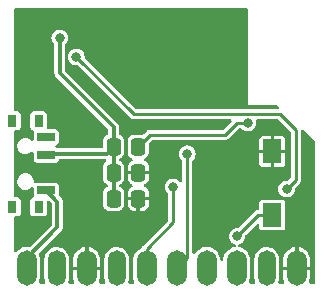
<source format=gbr>
%TF.GenerationSoftware,KiCad,Pcbnew,7.0.2-1.fc38*%
%TF.CreationDate,2023-05-26T14:46:15+02:00*%
%TF.ProjectId,marauder_mini_pcb,6d617261-7564-4657-925f-6d696e695f70,rev?*%
%TF.SameCoordinates,Original*%
%TF.FileFunction,Copper,L2,Bot*%
%TF.FilePolarity,Positive*%
%FSLAX46Y46*%
G04 Gerber Fmt 4.6, Leading zero omitted, Abs format (unit mm)*
G04 Created by KiCad (PCBNEW 7.0.2-1.fc38) date 2023-05-26 14:46:15*
%MOMM*%
%LPD*%
G01*
G04 APERTURE LIST*
G04 Aperture macros list*
%AMRoundRect*
0 Rectangle with rounded corners*
0 $1 Rounding radius*
0 $2 $3 $4 $5 $6 $7 $8 $9 X,Y pos of 4 corners*
0 Add a 4 corners polygon primitive as box body*
4,1,4,$2,$3,$4,$5,$6,$7,$8,$9,$2,$3,0*
0 Add four circle primitives for the rounded corners*
1,1,$1+$1,$2,$3*
1,1,$1+$1,$4,$5*
1,1,$1+$1,$6,$7*
1,1,$1+$1,$8,$9*
0 Add four rect primitives between the rounded corners*
20,1,$1+$1,$2,$3,$4,$5,0*
20,1,$1+$1,$4,$5,$6,$7,0*
20,1,$1+$1,$6,$7,$8,$9,0*
20,1,$1+$1,$8,$9,$2,$3,0*%
G04 Aperture macros list end*
%TA.AperFunction,ComponentPad*%
%ADD10O,1.700000X3.000000*%
%TD*%
%TA.AperFunction,ComponentPad*%
%ADD11O,1.500000X3.000000*%
%TD*%
%TA.AperFunction,SMDPad,CuDef*%
%ADD12RoundRect,0.250000X0.337500X0.475000X-0.337500X0.475000X-0.337500X-0.475000X0.337500X-0.475000X0*%
%TD*%
%TA.AperFunction,SMDPad,CuDef*%
%ADD13R,1.600000X2.000000*%
%TD*%
%TA.AperFunction,SMDPad,CuDef*%
%ADD14RoundRect,0.250000X-0.337500X-0.475000X0.337500X-0.475000X0.337500X0.475000X-0.337500X0.475000X0*%
%TD*%
%TA.AperFunction,SMDPad,CuDef*%
%ADD15R,0.800000X1.000000*%
%TD*%
%TA.AperFunction,SMDPad,CuDef*%
%ADD16R,1.500000X0.700000*%
%TD*%
%TA.AperFunction,ViaPad*%
%ADD17C,0.800000*%
%TD*%
%TA.AperFunction,Conductor*%
%ADD18C,0.250000*%
%TD*%
%TA.AperFunction,Conductor*%
%ADD19C,0.300000*%
%TD*%
G04 APERTURE END LIST*
D10*
%TO.P,J1,1,Pin_1*%
%TO.N,GND*%
X94660000Y-72300000D03*
D11*
%TO.P,J1,2,Pin_2*%
%TO.N,unconnected-(J1-Pin_2-Pad2)*%
X92120000Y-72300000D03*
D10*
%TO.P,J1,3,Pin_3*%
%TO.N,Net-(J1-Pin_3)*%
X89580000Y-72300000D03*
%TO.P,J1,4,Pin_4*%
%TO.N,Net-(J1-Pin_4)*%
X87040000Y-72300000D03*
%TO.P,J1,5,Pin_5*%
%TO.N,Net-(J1-Pin_5)*%
X84500000Y-72300000D03*
%TO.P,J1,6,Pin_6*%
%TO.N,Net-(J1-Pin_6)*%
X81960000Y-72300000D03*
D11*
%TO.P,J1,7,Pin_7*%
%TO.N,unconnected-(J1-Pin_7-Pad7)*%
X79420000Y-72300000D03*
D10*
%TO.P,J1,8,Pin_8*%
%TO.N,GND*%
X76880000Y-72300000D03*
D11*
%TO.P,J1,9,Pin_9*%
%TO.N,unconnected-(J1-Pin_9-Pad9)*%
X74340000Y-72300000D03*
D10*
%TO.P,J1,10,Pin_10*%
%TO.N,Net-(J1-Pin_10)*%
X71800000Y-72300000D03*
%TD*%
D12*
%TO.P,R1,1*%
%TO.N,Net-(D1-A)*%
X81237500Y-62000000D03*
%TO.P,R1,2*%
%TO.N,Net-(SW1-B)*%
X79162500Y-62000000D03*
%TD*%
D13*
%TO.P,IO0,1,1*%
%TO.N,Net-(U1-IO0)*%
X92600000Y-67800000D03*
%TO.P,IO0,2,2*%
%TO.N,GND*%
X92600000Y-62400000D03*
%TD*%
D14*
%TO.P,C2,1*%
%TO.N,Net-(SW1-B)*%
X79162500Y-64200000D03*
%TO.P,C2,2*%
%TO.N,GND*%
X81237500Y-64200000D03*
%TD*%
%TO.P,C1,1*%
%TO.N,Net-(SW1-B)*%
X79162500Y-66400000D03*
%TO.P,C1,2*%
%TO.N,GND*%
X81237500Y-66400000D03*
%TD*%
D15*
%TO.P,SW1,*%
%TO.N,*%
X70590000Y-67100000D03*
X72800000Y-67100000D03*
X70590000Y-59800000D03*
X72800000Y-59800000D03*
D16*
%TO.P,SW1,1,A*%
%TO.N,Net-(J1-Pin_10)*%
X73450000Y-65700000D03*
%TO.P,SW1,2,B*%
%TO.N,Net-(SW1-B)*%
X73450000Y-62700000D03*
%TO.P,SW1,3,C*%
%TO.N,unconnected-(SW1-C-Pad3)*%
X73450000Y-61200000D03*
%TD*%
D17*
%TO.N,GND*%
X74000000Y-58000000D03*
X83000000Y-54000000D03*
%TO.N,Net-(D1-A)*%
X90500000Y-60000000D03*
%TO.N,Net-(J1-Pin_5)*%
X85400000Y-62600000D03*
%TO.N,Net-(J1-Pin_6)*%
X84200000Y-65400000D03*
%TO.N,Net-(SW1-B)*%
X74600000Y-52800000D03*
%TO.N,Net-(U1-IO0)*%
X89600000Y-69600000D03*
%TO.N,Net-(U1-EN)*%
X76000000Y-54400000D03*
X93800000Y-65600000D03*
%TD*%
D18*
%TO.N,Net-(D1-A)*%
X88600000Y-61000000D02*
X82237500Y-61000000D01*
X90500000Y-60000000D02*
X89600000Y-60000000D01*
X82237500Y-61000000D02*
X81237500Y-62000000D01*
X89600000Y-60000000D02*
X88600000Y-61000000D01*
%TO.N,Net-(J1-Pin_5)*%
X85400000Y-71400000D02*
X85400000Y-62600000D01*
X84500000Y-72300000D02*
X85400000Y-71400000D01*
%TO.N,Net-(J1-Pin_6)*%
X81960000Y-70640000D02*
X81960000Y-72300000D01*
X84200000Y-68400000D02*
X81960000Y-70640000D01*
X84200000Y-65400000D02*
X84200000Y-68400000D01*
D19*
%TO.N,Net-(J1-Pin_10)*%
X74400000Y-66650000D02*
X73450000Y-65700000D01*
X71800000Y-72300000D02*
X71800000Y-71400000D01*
X71800000Y-71400000D02*
X74400000Y-68800000D01*
X74400000Y-68800000D02*
X74400000Y-66650000D01*
%TO.N,Net-(SW1-B)*%
X73450000Y-62700000D02*
X73550000Y-62600000D01*
X74600000Y-55800000D02*
X74600000Y-52800000D01*
X73550000Y-62600000D02*
X78562500Y-62600000D01*
X79162500Y-60362500D02*
X74600000Y-55800000D01*
X79162500Y-64200000D02*
X79162500Y-66400000D01*
X78562500Y-62600000D02*
X79162500Y-62000000D01*
X79162500Y-62000000D02*
X79162500Y-64200000D01*
X79162500Y-62000000D02*
X79162500Y-60362500D01*
D18*
%TO.N,Net-(U1-IO0)*%
X89600000Y-69600000D02*
X91400000Y-67800000D01*
X91400000Y-67800000D02*
X92600000Y-67800000D01*
%TO.N,Net-(U1-EN)*%
X76000000Y-54400000D02*
X80850000Y-59250000D01*
X80850000Y-59250000D02*
X93250000Y-59250000D01*
X93250000Y-59250000D02*
X94600000Y-60600000D01*
X94600000Y-60600000D02*
X94600000Y-64800000D01*
X94600000Y-64800000D02*
X93800000Y-65600000D01*
%TD*%
%TA.AperFunction,Conductor*%
%TO.N,GND*%
G36*
X90443039Y-50269685D02*
G01*
X90488794Y-50322489D01*
X90500000Y-50373999D01*
X90500000Y-58500000D01*
X92950964Y-58500000D01*
X93018003Y-58519685D01*
X93035773Y-58533537D01*
X93117373Y-58610037D01*
X93152817Y-58670249D01*
X93150082Y-58740065D01*
X93110036Y-58797320D01*
X93045393Y-58823835D01*
X93032564Y-58824500D01*
X81077610Y-58824500D01*
X81010571Y-58804815D01*
X80989929Y-58788181D01*
X76737087Y-54535339D01*
X76703602Y-54474016D01*
X76701672Y-54432715D01*
X76705645Y-54400000D01*
X76685140Y-54231128D01*
X76624818Y-54072070D01*
X76528183Y-53932071D01*
X76400852Y-53819266D01*
X76359882Y-53797763D01*
X76250224Y-53740209D01*
X76125765Y-53709533D01*
X76085056Y-53699500D01*
X75914944Y-53699500D01*
X75882284Y-53707549D01*
X75749775Y-53740209D01*
X75599149Y-53819265D01*
X75471815Y-53932072D01*
X75375182Y-54072069D01*
X75314860Y-54231127D01*
X75297596Y-54373308D01*
X75287335Y-54397146D01*
X75293477Y-54406703D01*
X75297596Y-54426691D01*
X75314860Y-54568872D01*
X75375182Y-54727930D01*
X75471815Y-54867927D01*
X75471816Y-54867928D01*
X75471817Y-54867929D01*
X75599148Y-54980734D01*
X75749775Y-55059790D01*
X75914944Y-55100500D01*
X75914945Y-55100500D01*
X76047390Y-55100500D01*
X76114429Y-55120185D01*
X76135071Y-55136819D01*
X80501472Y-59503220D01*
X80596780Y-59598528D01*
X80618288Y-59609487D01*
X80634876Y-59619652D01*
X80654417Y-59633849D01*
X80654418Y-59633849D01*
X80654419Y-59633850D01*
X80677381Y-59641310D01*
X80695362Y-59648758D01*
X80705939Y-59654147D01*
X80716874Y-59659719D01*
X80740724Y-59663496D01*
X80759641Y-59668038D01*
X80782607Y-59675500D01*
X80816512Y-59675500D01*
X89023390Y-59675500D01*
X89090429Y-59695185D01*
X89136184Y-59747989D01*
X89146128Y-59817147D01*
X89117103Y-59880703D01*
X89111071Y-59887181D01*
X88460071Y-60538181D01*
X88398748Y-60571666D01*
X88372390Y-60574500D01*
X82304893Y-60574500D01*
X82170107Y-60574500D01*
X82147141Y-60581962D01*
X82128225Y-60586503D01*
X82104373Y-60590281D01*
X82082853Y-60601245D01*
X82064887Y-60608686D01*
X82041921Y-60616148D01*
X82022386Y-60630342D01*
X82005802Y-60640505D01*
X81984278Y-60651472D01*
X81901745Y-60734002D01*
X81901719Y-60734032D01*
X81697570Y-60938181D01*
X81636247Y-60971666D01*
X81609889Y-60974500D01*
X80856898Y-60974500D01*
X80853233Y-60974940D01*
X80853234Y-60974940D01*
X80768432Y-60985123D01*
X80627659Y-61040638D01*
X80507077Y-61132077D01*
X80415638Y-61252659D01*
X80360123Y-61393432D01*
X80355932Y-61428334D01*
X80349500Y-61481898D01*
X80349500Y-62518102D01*
X80349940Y-62521765D01*
X80360123Y-62606567D01*
X80415072Y-62745905D01*
X80415639Y-62747342D01*
X80431966Y-62768872D01*
X80507077Y-62867922D01*
X80586210Y-62927930D01*
X80627658Y-62959361D01*
X80692457Y-62984914D01*
X80747600Y-63027819D01*
X80770793Y-63093727D01*
X80754673Y-63161711D01*
X80704356Y-63210188D01*
X80692457Y-63215622D01*
X80627905Y-63241078D01*
X80507434Y-63332434D01*
X80416078Y-63452906D01*
X80360614Y-63593551D01*
X80350440Y-63678276D01*
X80350000Y-63685640D01*
X80350000Y-64050000D01*
X82125000Y-64050000D01*
X82125000Y-63685640D01*
X82124559Y-63678276D01*
X82114385Y-63593551D01*
X82058921Y-63452906D01*
X81967565Y-63332434D01*
X81847094Y-63241078D01*
X81782542Y-63215622D01*
X81727399Y-63172716D01*
X81704206Y-63106808D01*
X81720327Y-63038824D01*
X81770644Y-62990347D01*
X81782525Y-62984921D01*
X81847342Y-62959361D01*
X81967922Y-62867922D01*
X82059361Y-62747342D01*
X82104418Y-62633085D01*
X82114876Y-62606567D01*
X82114876Y-62606566D01*
X82114877Y-62606564D01*
X82125500Y-62518102D01*
X82125500Y-61765108D01*
X82145185Y-61698070D01*
X82161814Y-61677433D01*
X82377428Y-61461818D01*
X82438752Y-61428334D01*
X82465110Y-61425500D01*
X88667391Y-61425500D01*
X88667393Y-61425500D01*
X88690363Y-61418035D01*
X88709266Y-61413497D01*
X88733126Y-61409719D01*
X88754647Y-61398752D01*
X88772616Y-61391309D01*
X88795581Y-61383849D01*
X88815111Y-61369658D01*
X88831704Y-61359489D01*
X88853220Y-61348528D01*
X88948528Y-61253220D01*
X88948527Y-61253220D01*
X89007096Y-61194651D01*
X89739928Y-60461819D01*
X89801252Y-60428334D01*
X89827610Y-60425500D01*
X89877450Y-60425500D01*
X89944489Y-60445185D01*
X89959222Y-60459438D01*
X89960547Y-60457944D01*
X89971815Y-60467927D01*
X89971817Y-60467929D01*
X90099148Y-60580734D01*
X90249775Y-60659790D01*
X90414944Y-60700500D01*
X90414945Y-60700500D01*
X90585055Y-60700500D01*
X90585056Y-60700500D01*
X90750225Y-60659790D01*
X90900852Y-60580734D01*
X91028183Y-60467929D01*
X91124818Y-60327930D01*
X91185140Y-60168872D01*
X91205645Y-60000000D01*
X91185140Y-59831128D01*
X91185139Y-59831127D01*
X91183325Y-59816182D01*
X91187677Y-59815653D01*
X91184454Y-59773808D01*
X91217601Y-59712302D01*
X91278740Y-59678480D01*
X91305763Y-59675500D01*
X93022390Y-59675500D01*
X93089429Y-59695185D01*
X93110071Y-59711819D01*
X94138180Y-60739928D01*
X94171665Y-60801251D01*
X94174499Y-60827609D01*
X94174500Y-64572389D01*
X94154815Y-64639428D01*
X94138181Y-64660070D01*
X93935070Y-64863181D01*
X93873747Y-64896666D01*
X93847389Y-64899500D01*
X93714944Y-64899500D01*
X93682284Y-64907549D01*
X93549775Y-64940209D01*
X93399149Y-65019265D01*
X93271815Y-65132072D01*
X93175182Y-65272069D01*
X93114860Y-65431127D01*
X93094354Y-65600000D01*
X93114860Y-65768872D01*
X93175182Y-65927930D01*
X93271815Y-66067927D01*
X93271816Y-66067928D01*
X93271817Y-66067929D01*
X93399148Y-66180734D01*
X93549775Y-66259790D01*
X93714944Y-66300500D01*
X93714945Y-66300500D01*
X93885055Y-66300500D01*
X93885056Y-66300500D01*
X94050225Y-66259790D01*
X94200852Y-66180734D01*
X94328183Y-66067929D01*
X94424818Y-65927930D01*
X94485140Y-65768872D01*
X94505645Y-65600000D01*
X94501672Y-65567285D01*
X94513131Y-65498366D01*
X94537084Y-65464662D01*
X94924554Y-65077194D01*
X94924553Y-65077193D01*
X94941198Y-65060549D01*
X94948528Y-65053220D01*
X94959491Y-65031700D01*
X94969659Y-65015110D01*
X94979694Y-65001299D01*
X94983849Y-64995581D01*
X94991309Y-64972616D01*
X94998752Y-64954647D01*
X95009719Y-64933126D01*
X95013497Y-64909266D01*
X95018035Y-64890363D01*
X95025500Y-64867393D01*
X95025500Y-64732607D01*
X95025500Y-64732606D01*
X95025500Y-60685126D01*
X95045185Y-60618088D01*
X95097989Y-60572333D01*
X95167147Y-60562389D01*
X95230703Y-60591414D01*
X95234290Y-60594646D01*
X96159274Y-61461819D01*
X96160809Y-61463258D01*
X96196253Y-61523470D01*
X96200000Y-61553721D01*
X96200000Y-73476000D01*
X96180315Y-73543039D01*
X96127511Y-73588794D01*
X96076000Y-73600000D01*
X95821288Y-73600000D01*
X95754249Y-73580315D01*
X95708494Y-73527511D01*
X95698550Y-73458353D01*
X95710287Y-73420729D01*
X95736938Y-73367204D01*
X95795262Y-73162219D01*
X95809734Y-73006030D01*
X95810000Y-73000297D01*
X95810000Y-72450000D01*
X95137065Y-72450000D01*
X95160000Y-72371889D01*
X95160000Y-72228111D01*
X95137065Y-72150000D01*
X95810000Y-72150000D01*
X95810000Y-71599702D01*
X95809734Y-71593969D01*
X95795262Y-71437780D01*
X95736937Y-71232791D01*
X95641941Y-71042011D01*
X95513502Y-70871932D01*
X95355996Y-70728345D01*
X95174798Y-70616153D01*
X94976061Y-70539162D01*
X94809999Y-70508119D01*
X94809999Y-71818829D01*
X94802315Y-71815320D01*
X94695763Y-71800000D01*
X94624237Y-71800000D01*
X94517685Y-71815320D01*
X94510000Y-71818829D01*
X94510000Y-70508119D01*
X94343938Y-70539162D01*
X94145201Y-70616153D01*
X93964003Y-70728345D01*
X93806497Y-70871932D01*
X93678058Y-71042011D01*
X93583062Y-71232791D01*
X93524737Y-71437780D01*
X93510265Y-71593969D01*
X93510000Y-71599702D01*
X93510000Y-72150000D01*
X94182935Y-72150000D01*
X94160000Y-72228111D01*
X94160000Y-72371889D01*
X94182935Y-72450000D01*
X93510000Y-72450000D01*
X93510000Y-73000297D01*
X93510265Y-73006030D01*
X93524737Y-73162219D01*
X93583061Y-73367204D01*
X93609713Y-73420729D01*
X93621973Y-73489515D01*
X93595099Y-73554009D01*
X93537623Y-73593737D01*
X93498712Y-73600000D01*
X93218124Y-73600000D01*
X93151085Y-73580315D01*
X93105330Y-73527511D01*
X93095386Y-73458353D01*
X93099463Y-73440005D01*
X93155300Y-73255934D01*
X93170500Y-73101608D01*
X93170500Y-71498392D01*
X93155300Y-71344066D01*
X93095232Y-71146046D01*
X92997685Y-70963550D01*
X92932047Y-70883570D01*
X92866410Y-70803589D01*
X92768952Y-70723609D01*
X92706450Y-70672315D01*
X92600532Y-70615700D01*
X92523956Y-70574769D01*
X92523955Y-70574768D01*
X92523954Y-70574768D01*
X92410482Y-70540347D01*
X92325932Y-70514699D01*
X92142497Y-70496632D01*
X92120000Y-70494417D01*
X92119999Y-70494417D01*
X91914067Y-70514699D01*
X91716043Y-70574769D01*
X91533551Y-70672314D01*
X91373589Y-70803589D01*
X91242314Y-70963551D01*
X91144769Y-71146043D01*
X91084699Y-71344067D01*
X91069798Y-71495358D01*
X91069797Y-71495374D01*
X91069500Y-71498392D01*
X91069500Y-73101608D01*
X91069797Y-73104626D01*
X91069798Y-73104641D01*
X91084699Y-73255932D01*
X91084700Y-73255934D01*
X91134689Y-73420729D01*
X91140537Y-73440005D01*
X91141160Y-73509872D01*
X91103912Y-73568985D01*
X91040617Y-73598576D01*
X91021876Y-73600000D01*
X90741846Y-73600000D01*
X90674807Y-73580315D01*
X90629052Y-73527511D01*
X90619108Y-73458353D01*
X90630845Y-73420729D01*
X90657406Y-73367386D01*
X90715756Y-73162310D01*
X90715764Y-73162219D01*
X90730500Y-73003194D01*
X90730500Y-71596806D01*
X90715756Y-71437690D01*
X90657405Y-71232611D01*
X90657014Y-71231827D01*
X90562368Y-71041747D01*
X90433873Y-70871594D01*
X90276301Y-70727947D01*
X90095017Y-70615701D01*
X89896198Y-70538679D01*
X89896198Y-70538678D01*
X89789514Y-70518736D01*
X89727235Y-70487068D01*
X89691962Y-70426756D01*
X89694896Y-70356948D01*
X89735105Y-70299808D01*
X89782626Y-70276451D01*
X89850225Y-70259790D01*
X90000852Y-70180734D01*
X90128183Y-70067929D01*
X90224818Y-69927930D01*
X90285140Y-69768872D01*
X90305645Y-69600000D01*
X90301672Y-69567285D01*
X90313131Y-69498366D01*
X90337084Y-69464662D01*
X91287821Y-68513925D01*
X91349142Y-68480442D01*
X91418834Y-68485426D01*
X91474767Y-68527298D01*
X91499184Y-68592762D01*
X91499500Y-68601607D01*
X91499500Y-68841285D01*
X91499500Y-68841302D01*
X91499501Y-68844864D01*
X91499912Y-68848407D01*
X91502415Y-68869991D01*
X91547795Y-68972767D01*
X91627232Y-69052204D01*
X91627233Y-69052204D01*
X91627235Y-69052206D01*
X91730009Y-69097585D01*
X91755135Y-69100500D01*
X93444864Y-69100499D01*
X93469991Y-69097585D01*
X93572765Y-69052206D01*
X93652206Y-68972765D01*
X93697585Y-68869991D01*
X93700500Y-68844865D01*
X93700499Y-66755136D01*
X93697585Y-66730009D01*
X93652206Y-66627235D01*
X93652204Y-66627233D01*
X93652204Y-66627232D01*
X93572767Y-66547795D01*
X93469990Y-66502414D01*
X93448414Y-66499911D01*
X93448401Y-66499910D01*
X93444865Y-66499500D01*
X93441290Y-66499500D01*
X91758714Y-66499500D01*
X91758696Y-66499500D01*
X91755136Y-66499501D01*
X91751592Y-66499911D01*
X91751592Y-66499912D01*
X91730008Y-66502415D01*
X91627232Y-66547795D01*
X91547795Y-66627232D01*
X91502414Y-66730009D01*
X91499911Y-66751585D01*
X91499911Y-66751592D01*
X91499500Y-66755135D01*
X91499500Y-66758708D01*
X91499500Y-66758709D01*
X91499500Y-67250500D01*
X91479815Y-67317539D01*
X91427011Y-67363294D01*
X91375500Y-67374500D01*
X91332606Y-67374500D01*
X91309639Y-67381962D01*
X91290723Y-67386503D01*
X91266874Y-67390280D01*
X91245356Y-67401244D01*
X91227388Y-67408686D01*
X91204420Y-67416149D01*
X91184882Y-67430344D01*
X91168300Y-67440506D01*
X91146780Y-67451471D01*
X89735070Y-68863181D01*
X89673747Y-68896666D01*
X89647389Y-68899500D01*
X89514944Y-68899500D01*
X89482284Y-68907549D01*
X89349775Y-68940209D01*
X89199149Y-69019265D01*
X89071815Y-69132072D01*
X88975182Y-69272069D01*
X88914860Y-69431127D01*
X88894354Y-69600000D01*
X88914860Y-69768872D01*
X88975182Y-69927930D01*
X89071815Y-70067927D01*
X89071816Y-70067928D01*
X89071817Y-70067929D01*
X89199148Y-70180734D01*
X89349775Y-70259790D01*
X89400120Y-70272199D01*
X89460501Y-70307355D01*
X89492289Y-70369574D01*
X89485393Y-70439103D01*
X89442002Y-70493866D01*
X89393231Y-70514484D01*
X89303817Y-70531198D01*
X89263801Y-70538679D01*
X89064982Y-70615701D01*
X88883698Y-70727947D01*
X88726126Y-70871594D01*
X88597631Y-71041747D01*
X88502595Y-71232609D01*
X88444243Y-71437689D01*
X88433471Y-71553950D01*
X88407685Y-71618887D01*
X88350885Y-71659575D01*
X88281104Y-71663095D01*
X88220497Y-71628330D01*
X88188307Y-71566317D01*
X88186529Y-71553950D01*
X88175756Y-71437689D01*
X88152550Y-71356132D01*
X88117405Y-71232611D01*
X88117014Y-71231827D01*
X88022368Y-71041747D01*
X87893873Y-70871594D01*
X87736301Y-70727947D01*
X87555017Y-70615701D01*
X87356198Y-70538679D01*
X87356197Y-70538679D01*
X87146610Y-70499500D01*
X86933390Y-70499500D01*
X86852078Y-70514700D01*
X86723801Y-70538679D01*
X86524982Y-70615701D01*
X86343698Y-70727947D01*
X86186126Y-70871594D01*
X86050709Y-71050915D01*
X86048328Y-71049117D01*
X86012991Y-71087228D01*
X85945327Y-71104646D01*
X85878988Y-71082716D01*
X85835036Y-71028403D01*
X85825500Y-70980716D01*
X85825500Y-63214705D01*
X85845185Y-63147666D01*
X85867270Y-63121891D01*
X85928183Y-63067929D01*
X86024818Y-62927930D01*
X86085140Y-62768872D01*
X86105645Y-62600000D01*
X86099574Y-62550000D01*
X91500001Y-62550000D01*
X91500001Y-63441213D01*
X91500412Y-63448335D01*
X91502910Y-63469876D01*
X91548213Y-63572479D01*
X91627519Y-63651785D01*
X91730125Y-63697090D01*
X91751659Y-63699588D01*
X91758780Y-63699999D01*
X92449999Y-63699999D01*
X92450000Y-63699998D01*
X92450000Y-62550000D01*
X92750000Y-62550000D01*
X92750000Y-63699999D01*
X93441214Y-63699999D01*
X93448335Y-63699587D01*
X93469876Y-63697089D01*
X93572479Y-63651786D01*
X93651785Y-63572480D01*
X93697090Y-63469874D01*
X93699588Y-63448340D01*
X93700000Y-63441219D01*
X93700000Y-62550000D01*
X92750000Y-62550000D01*
X92450000Y-62550000D01*
X91500001Y-62550000D01*
X86099574Y-62550000D01*
X86085140Y-62431128D01*
X86024818Y-62272070D01*
X86009584Y-62250000D01*
X91500000Y-62250000D01*
X92450000Y-62250000D01*
X92450000Y-61100000D01*
X92750000Y-61100000D01*
X92750000Y-62250000D01*
X93699999Y-62250000D01*
X93699999Y-61358786D01*
X93699587Y-61351664D01*
X93697089Y-61330123D01*
X93651786Y-61227520D01*
X93572480Y-61148214D01*
X93469874Y-61102909D01*
X93448340Y-61100411D01*
X93441219Y-61100000D01*
X92750000Y-61100000D01*
X92450000Y-61100000D01*
X91758786Y-61100000D01*
X91751664Y-61100412D01*
X91730123Y-61102910D01*
X91627520Y-61148213D01*
X91548214Y-61227519D01*
X91502909Y-61330125D01*
X91500411Y-61351659D01*
X91500000Y-61358780D01*
X91500000Y-62250000D01*
X86009584Y-62250000D01*
X85959358Y-62177235D01*
X85928184Y-62132072D01*
X85925636Y-62129815D01*
X85800852Y-62019266D01*
X85786588Y-62011780D01*
X85650224Y-61940209D01*
X85525765Y-61909533D01*
X85485056Y-61899500D01*
X85314944Y-61899500D01*
X85282284Y-61907549D01*
X85149775Y-61940209D01*
X84999149Y-62019265D01*
X84871815Y-62132072D01*
X84775182Y-62272069D01*
X84714860Y-62431127D01*
X84694354Y-62600000D01*
X84714860Y-62768872D01*
X84775182Y-62927930D01*
X84871815Y-63067927D01*
X84871816Y-63067928D01*
X84871817Y-63067929D01*
X84932727Y-63121890D01*
X84969853Y-63181077D01*
X84974500Y-63214705D01*
X84974500Y-64890992D01*
X84954815Y-64958031D01*
X84902011Y-65003786D01*
X84832853Y-65013730D01*
X84769297Y-64984705D01*
X84748451Y-64961433D01*
X84728185Y-64932073D01*
X84728183Y-64932071D01*
X84600852Y-64819266D01*
X84576430Y-64806448D01*
X84450224Y-64740209D01*
X84325764Y-64709533D01*
X84285056Y-64699500D01*
X84114944Y-64699500D01*
X84082284Y-64707549D01*
X83949775Y-64740209D01*
X83799149Y-64819265D01*
X83671815Y-64932072D01*
X83575182Y-65072069D01*
X83514860Y-65231127D01*
X83494354Y-65399999D01*
X83514860Y-65568872D01*
X83575182Y-65727930D01*
X83671815Y-65867927D01*
X83671816Y-65867928D01*
X83671817Y-65867929D01*
X83732727Y-65921890D01*
X83769853Y-65981077D01*
X83774500Y-66014705D01*
X83774500Y-68172390D01*
X83754815Y-68239429D01*
X83738181Y-68260071D01*
X81611471Y-70386780D01*
X81600509Y-70408294D01*
X81590347Y-70424877D01*
X81576151Y-70444417D01*
X81568687Y-70467387D01*
X81561244Y-70485356D01*
X81550280Y-70506874D01*
X81549960Y-70508899D01*
X81520029Y-70572033D01*
X81472282Y-70605125D01*
X81444983Y-70615700D01*
X81263698Y-70727947D01*
X81106126Y-70871594D01*
X80977631Y-71041747D01*
X80882595Y-71232609D01*
X80824243Y-71437689D01*
X80813471Y-71553950D01*
X80809500Y-71596806D01*
X80809500Y-73003194D01*
X80809764Y-73006053D01*
X80809765Y-73006054D01*
X80824243Y-73162310D01*
X80882593Y-73367386D01*
X80909155Y-73420729D01*
X80921415Y-73489515D01*
X80894541Y-73554009D01*
X80837065Y-73593737D01*
X80798154Y-73600000D01*
X80518124Y-73600000D01*
X80451085Y-73580315D01*
X80405330Y-73527511D01*
X80395386Y-73458353D01*
X80399463Y-73440005D01*
X80455300Y-73255934D01*
X80470500Y-73101608D01*
X80470500Y-71498392D01*
X80455300Y-71344066D01*
X80395232Y-71146046D01*
X80297685Y-70963550D01*
X80232047Y-70883569D01*
X80166410Y-70803589D01*
X80068952Y-70723609D01*
X80006450Y-70672315D01*
X79900532Y-70615700D01*
X79823956Y-70574769D01*
X79823955Y-70574768D01*
X79823954Y-70574768D01*
X79710482Y-70540347D01*
X79625932Y-70514699D01*
X79420000Y-70494417D01*
X79214067Y-70514699D01*
X79016043Y-70574769D01*
X78833551Y-70672314D01*
X78673589Y-70803589D01*
X78542314Y-70963551D01*
X78444769Y-71146043D01*
X78384699Y-71344067D01*
X78369798Y-71495358D01*
X78369797Y-71495374D01*
X78369500Y-71498392D01*
X78369500Y-73101608D01*
X78369797Y-73104626D01*
X78369798Y-73104641D01*
X78384699Y-73255932D01*
X78384700Y-73255934D01*
X78434689Y-73420729D01*
X78440537Y-73440005D01*
X78441160Y-73509872D01*
X78403912Y-73568985D01*
X78340617Y-73598576D01*
X78321876Y-73600000D01*
X78041288Y-73600000D01*
X77974249Y-73580315D01*
X77928494Y-73527511D01*
X77918550Y-73458353D01*
X77930287Y-73420729D01*
X77956938Y-73367204D01*
X78015262Y-73162219D01*
X78029734Y-73006030D01*
X78030000Y-73000297D01*
X78030000Y-72450000D01*
X77357065Y-72450000D01*
X77380000Y-72371889D01*
X77380000Y-72228111D01*
X77357065Y-72150000D01*
X78030000Y-72150000D01*
X78030000Y-71599702D01*
X78029734Y-71593969D01*
X78015262Y-71437780D01*
X77956937Y-71232791D01*
X77861941Y-71042011D01*
X77733502Y-70871932D01*
X77575996Y-70728345D01*
X77394798Y-70616153D01*
X77196061Y-70539162D01*
X77030000Y-70508119D01*
X77030000Y-71818829D01*
X77022315Y-71815320D01*
X76915763Y-71800000D01*
X76844237Y-71800000D01*
X76737685Y-71815320D01*
X76730000Y-71818829D01*
X76730000Y-70508119D01*
X76563938Y-70539162D01*
X76365201Y-70616153D01*
X76184003Y-70728345D01*
X76026497Y-70871932D01*
X75898058Y-71042011D01*
X75803062Y-71232791D01*
X75744737Y-71437780D01*
X75730265Y-71593969D01*
X75730000Y-71599702D01*
X75730000Y-72150000D01*
X76402935Y-72150000D01*
X76380000Y-72228111D01*
X76380000Y-72371889D01*
X76402935Y-72450000D01*
X75730000Y-72450000D01*
X75730000Y-73000297D01*
X75730265Y-73006030D01*
X75744737Y-73162219D01*
X75803061Y-73367204D01*
X75829713Y-73420729D01*
X75841973Y-73489515D01*
X75815099Y-73554009D01*
X75757623Y-73593737D01*
X75718712Y-73600000D01*
X75438124Y-73600000D01*
X75371085Y-73580315D01*
X75325330Y-73527511D01*
X75315386Y-73458353D01*
X75319463Y-73440005D01*
X75375300Y-73255934D01*
X75390500Y-73101608D01*
X75390500Y-71498392D01*
X75375300Y-71344066D01*
X75315232Y-71146046D01*
X75217685Y-70963550D01*
X75152047Y-70883569D01*
X75086410Y-70803589D01*
X74988952Y-70723608D01*
X74926450Y-70672315D01*
X74820532Y-70615700D01*
X74743956Y-70574769D01*
X74743955Y-70574768D01*
X74743954Y-70574768D01*
X74630482Y-70540347D01*
X74545932Y-70514699D01*
X74362497Y-70496632D01*
X74340000Y-70494417D01*
X74339999Y-70494417D01*
X74134067Y-70514699D01*
X73936043Y-70574769D01*
X73753551Y-70672314D01*
X73593589Y-70803589D01*
X73462314Y-70963551D01*
X73364769Y-71146043D01*
X73304699Y-71344067D01*
X73289798Y-71495358D01*
X73289797Y-71495374D01*
X73289500Y-71498392D01*
X73289500Y-73101608D01*
X73289797Y-73104626D01*
X73289798Y-73104641D01*
X73304699Y-73255932D01*
X73304700Y-73255934D01*
X73354689Y-73420729D01*
X73360537Y-73440005D01*
X73361160Y-73509872D01*
X73323912Y-73568985D01*
X73260617Y-73598576D01*
X73241876Y-73600000D01*
X72961846Y-73600000D01*
X72894807Y-73580315D01*
X72849052Y-73527511D01*
X72839108Y-73458353D01*
X72850845Y-73420729D01*
X72877406Y-73367386D01*
X72935756Y-73162310D01*
X72935764Y-73162219D01*
X72950500Y-73003194D01*
X72950500Y-71596806D01*
X72935756Y-71437690D01*
X72877405Y-71232611D01*
X72834301Y-71146046D01*
X72826452Y-71130282D01*
X72814191Y-71061497D01*
X72841064Y-70997002D01*
X72849761Y-70987340D01*
X74695744Y-69141357D01*
X74706093Y-69132109D01*
X74733970Y-69109879D01*
X74766191Y-69062618D01*
X74768859Y-69058859D01*
X74802793Y-69012882D01*
X74802794Y-69012877D01*
X74806381Y-69008018D01*
X74808692Y-69003441D01*
X74810470Y-68997675D01*
X74810472Y-68997673D01*
X74827334Y-68943002D01*
X74828761Y-68938669D01*
X74847646Y-68884700D01*
X74847646Y-68884696D01*
X74849637Y-68879007D01*
X74850500Y-68873932D01*
X74850500Y-68810738D01*
X74850587Y-68806101D01*
X74852949Y-68742971D01*
X74850500Y-68724365D01*
X74850500Y-66682261D01*
X74851280Y-66668376D01*
X74855270Y-66632965D01*
X74848897Y-66599283D01*
X74844632Y-66576741D01*
X74843871Y-66572262D01*
X74835348Y-66515713D01*
X74835347Y-66515711D01*
X74834448Y-66509744D01*
X74832838Y-66504852D01*
X74803306Y-66448977D01*
X74801214Y-66444835D01*
X74776425Y-66393358D01*
X74776423Y-66393355D01*
X74773812Y-66387934D01*
X74770818Y-66383714D01*
X74726152Y-66339048D01*
X74722934Y-66335708D01*
X74690266Y-66300500D01*
X74684055Y-66293806D01*
X74684053Y-66293805D01*
X74679958Y-66289391D01*
X74665070Y-66277966D01*
X74536818Y-66149714D01*
X74503333Y-66088391D01*
X74500499Y-66062041D01*
X74500499Y-65305136D01*
X74497585Y-65280009D01*
X74452206Y-65177235D01*
X74452204Y-65177233D01*
X74452204Y-65177232D01*
X74372767Y-65097795D01*
X74269990Y-65052414D01*
X74248414Y-65049911D01*
X74248401Y-65049910D01*
X74244865Y-65049500D01*
X74241290Y-65049500D01*
X72658714Y-65049500D01*
X72658696Y-65049500D01*
X72655136Y-65049501D01*
X72651592Y-65049911D01*
X72651592Y-65049912D01*
X72630007Y-65052415D01*
X72564585Y-65081302D01*
X72495307Y-65090373D01*
X72432122Y-65060549D01*
X72395092Y-65001299D01*
X72390500Y-64967867D01*
X72390500Y-64864944D01*
X72349790Y-64699775D01*
X72318117Y-64639428D01*
X72270734Y-64549148D01*
X72157929Y-64421817D01*
X72157928Y-64421816D01*
X72157927Y-64421815D01*
X72017930Y-64325182D01*
X71858872Y-64264860D01*
X71736092Y-64249951D01*
X71736080Y-64249950D01*
X71732372Y-64249500D01*
X71647628Y-64249500D01*
X71643920Y-64249950D01*
X71643907Y-64249951D01*
X71521127Y-64264860D01*
X71362069Y-64325182D01*
X71222072Y-64421815D01*
X71109265Y-64549149D01*
X71030209Y-64699775D01*
X71000758Y-64819266D01*
X70989500Y-64864944D01*
X70989500Y-65035056D01*
X70993162Y-65049912D01*
X71030209Y-65200224D01*
X71085272Y-65305136D01*
X71109266Y-65350852D01*
X71222071Y-65478183D01*
X71362070Y-65574818D01*
X71521128Y-65635140D01*
X71647628Y-65650500D01*
X71651377Y-65650500D01*
X71728623Y-65650500D01*
X71732372Y-65650500D01*
X71858872Y-65635140D01*
X72017930Y-65574818D01*
X72157929Y-65478183D01*
X72182685Y-65450238D01*
X72241872Y-65413112D01*
X72311737Y-65413878D01*
X72370098Y-65452295D01*
X72398424Y-65516165D01*
X72399500Y-65532465D01*
X72399500Y-66091285D01*
X72399500Y-66091302D01*
X72399501Y-66094864D01*
X72402415Y-66119991D01*
X72402415Y-66119993D01*
X72402416Y-66119994D01*
X72407922Y-66132465D01*
X72416992Y-66201743D01*
X72387168Y-66264928D01*
X72344573Y-66295983D01*
X72227234Y-66347793D01*
X72147795Y-66427232D01*
X72102414Y-66530009D01*
X72099911Y-66551585D01*
X72099911Y-66551592D01*
X72099500Y-66555135D01*
X72099500Y-66558708D01*
X72099500Y-66558709D01*
X72099500Y-67641285D01*
X72099500Y-67641302D01*
X72099501Y-67644864D01*
X72099912Y-67648407D01*
X72102415Y-67669991D01*
X72147795Y-67772767D01*
X72227232Y-67852204D01*
X72227233Y-67852204D01*
X72227235Y-67852206D01*
X72330009Y-67897585D01*
X72355135Y-67900500D01*
X73244864Y-67900499D01*
X73269991Y-67897585D01*
X73372765Y-67852206D01*
X73452206Y-67772765D01*
X73497585Y-67669991D01*
X73500500Y-67644865D01*
X73500499Y-66686963D01*
X73520183Y-66619925D01*
X73572987Y-66574170D01*
X73642146Y-66564226D01*
X73705702Y-66593251D01*
X73712180Y-66599283D01*
X73913181Y-66800284D01*
X73946666Y-66861607D01*
X73949500Y-66887965D01*
X73949500Y-68562034D01*
X73929815Y-68629073D01*
X73913181Y-68649715D01*
X72084921Y-70477974D01*
X72023598Y-70511459D01*
X71974456Y-70512182D01*
X71933622Y-70504549D01*
X71906610Y-70499500D01*
X71693390Y-70499500D01*
X71612078Y-70514700D01*
X71483801Y-70538679D01*
X71284982Y-70615701D01*
X71103698Y-70727947D01*
X70946125Y-70871595D01*
X70922953Y-70902280D01*
X70866844Y-70943915D01*
X70797131Y-70948606D01*
X70735950Y-70914863D01*
X70702724Y-70853399D01*
X70700000Y-70827552D01*
X70700000Y-68024499D01*
X70719685Y-67957460D01*
X70772489Y-67911705D01*
X70823998Y-67900499D01*
X71034864Y-67900499D01*
X71059991Y-67897585D01*
X71162765Y-67852206D01*
X71242206Y-67772765D01*
X71287585Y-67669991D01*
X71290500Y-67644865D01*
X71290499Y-66555136D01*
X71287585Y-66530009D01*
X71242206Y-66427235D01*
X71242204Y-66427233D01*
X71242204Y-66427232D01*
X71162767Y-66347795D01*
X71162762Y-66347793D01*
X71135393Y-66335708D01*
X71059990Y-66302414D01*
X71038414Y-66299911D01*
X71038401Y-66299910D01*
X71034865Y-66299500D01*
X71031290Y-66299500D01*
X70824000Y-66299500D01*
X70756961Y-66279815D01*
X70711206Y-66227011D01*
X70700000Y-66175500D01*
X70700000Y-62035055D01*
X70989500Y-62035055D01*
X71030209Y-62200224D01*
X71101780Y-62336588D01*
X71109266Y-62350852D01*
X71222071Y-62478183D01*
X71222072Y-62478184D01*
X71274540Y-62514400D01*
X71362070Y-62574818D01*
X71521128Y-62635140D01*
X71647628Y-62650500D01*
X71651377Y-62650500D01*
X71728623Y-62650500D01*
X71732372Y-62650500D01*
X71858872Y-62635140D01*
X72017930Y-62574818D01*
X72157929Y-62478183D01*
X72182685Y-62450238D01*
X72241872Y-62413112D01*
X72311737Y-62413878D01*
X72370098Y-62452295D01*
X72398424Y-62516165D01*
X72399500Y-62532465D01*
X72399500Y-63091285D01*
X72399500Y-63091302D01*
X72399501Y-63094864D01*
X72402415Y-63119991D01*
X72431173Y-63185123D01*
X72447795Y-63222767D01*
X72527232Y-63302204D01*
X72527233Y-63302204D01*
X72527235Y-63302206D01*
X72630009Y-63347585D01*
X72655135Y-63350500D01*
X74244864Y-63350499D01*
X74269991Y-63347585D01*
X74372765Y-63302206D01*
X74452206Y-63222765D01*
X74468827Y-63185123D01*
X74495633Y-63124414D01*
X74540718Y-63071038D01*
X74607505Y-63050510D01*
X74609067Y-63050500D01*
X78434658Y-63050500D01*
X78501697Y-63070185D01*
X78547452Y-63122989D01*
X78557396Y-63192147D01*
X78528371Y-63255703D01*
X78509583Y-63273304D01*
X78432077Y-63332077D01*
X78340638Y-63452659D01*
X78285123Y-63593432D01*
X78285123Y-63593436D01*
X78274500Y-63681898D01*
X78274500Y-64718102D01*
X78274940Y-64721765D01*
X78285123Y-64806567D01*
X78335033Y-64933126D01*
X78340639Y-64947342D01*
X78346169Y-64954634D01*
X78432077Y-65067922D01*
X78471471Y-65097795D01*
X78552658Y-65159361D01*
X78616775Y-65184645D01*
X78671918Y-65227550D01*
X78695111Y-65293457D01*
X78678991Y-65361442D01*
X78628674Y-65409919D01*
X78616776Y-65415353D01*
X78552657Y-65440639D01*
X78432077Y-65532077D01*
X78340638Y-65652659D01*
X78285123Y-65793432D01*
X78279703Y-65838568D01*
X78274500Y-65881898D01*
X78274500Y-66918102D01*
X78274940Y-66921765D01*
X78285123Y-67006567D01*
X78340541Y-67147093D01*
X78340639Y-67147342D01*
X78371786Y-67188416D01*
X78432077Y-67267922D01*
X78492368Y-67313641D01*
X78552658Y-67359361D01*
X78591048Y-67374500D01*
X78693432Y-67414876D01*
X78693434Y-67414876D01*
X78693436Y-67414877D01*
X78781898Y-67425500D01*
X78785599Y-67425500D01*
X79539401Y-67425500D01*
X79543102Y-67425500D01*
X79631564Y-67414877D01*
X79772342Y-67359361D01*
X79892922Y-67267922D01*
X79984361Y-67147342D01*
X80039877Y-67006564D01*
X80050500Y-66918102D01*
X80050500Y-66550000D01*
X80350000Y-66550000D01*
X80350000Y-66914359D01*
X80350440Y-66921723D01*
X80360614Y-67006448D01*
X80416078Y-67147093D01*
X80507434Y-67267565D01*
X80627906Y-67358921D01*
X80768551Y-67414385D01*
X80853276Y-67424559D01*
X80860640Y-67425000D01*
X81087500Y-67425000D01*
X81087500Y-66550000D01*
X81387500Y-66550000D01*
X81387500Y-67425000D01*
X81614360Y-67425000D01*
X81621723Y-67424559D01*
X81706448Y-67414385D01*
X81847093Y-67358921D01*
X81967565Y-67267565D01*
X82058921Y-67147093D01*
X82114385Y-67006448D01*
X82124559Y-66921723D01*
X82125000Y-66914359D01*
X82125000Y-66550000D01*
X81387500Y-66550000D01*
X81087500Y-66550000D01*
X80350000Y-66550000D01*
X80050500Y-66550000D01*
X80050500Y-65881898D01*
X80039877Y-65793436D01*
X80039876Y-65793434D01*
X80039876Y-65793432D01*
X80006889Y-65709786D01*
X79984361Y-65652658D01*
X79920824Y-65568872D01*
X79892922Y-65532077D01*
X79772341Y-65440638D01*
X79708224Y-65415353D01*
X79653080Y-65372446D01*
X79629888Y-65306538D01*
X79646009Y-65238554D01*
X79696327Y-65190078D01*
X79708206Y-65184653D01*
X79772342Y-65159361D01*
X79892922Y-65067922D01*
X79984361Y-64947342D01*
X80039877Y-64806564D01*
X80050500Y-64718102D01*
X80050500Y-64350000D01*
X80350000Y-64350000D01*
X80350000Y-64714359D01*
X80350440Y-64721723D01*
X80360614Y-64806448D01*
X80416078Y-64947093D01*
X80507434Y-65067565D01*
X80627904Y-65158920D01*
X80693136Y-65184644D01*
X80748280Y-65227550D01*
X80771474Y-65293457D01*
X80755354Y-65361442D01*
X80705037Y-65409919D01*
X80693139Y-65415353D01*
X80627904Y-65441079D01*
X80507434Y-65532434D01*
X80416078Y-65652906D01*
X80360614Y-65793551D01*
X80350440Y-65878276D01*
X80350000Y-65885640D01*
X80350000Y-66250000D01*
X82125000Y-66250000D01*
X82125000Y-65885640D01*
X82124559Y-65878276D01*
X82114385Y-65793551D01*
X82058921Y-65652906D01*
X81967565Y-65532434D01*
X81847094Y-65441078D01*
X81781861Y-65415353D01*
X81726717Y-65372447D01*
X81703525Y-65306539D01*
X81719646Y-65238554D01*
X81769964Y-65190078D01*
X81781863Y-65184644D01*
X81847096Y-65158920D01*
X81967565Y-65067565D01*
X82058921Y-64947093D01*
X82114385Y-64806448D01*
X82124559Y-64721723D01*
X82125000Y-64714359D01*
X82125000Y-64350000D01*
X80350000Y-64350000D01*
X80050500Y-64350000D01*
X80050500Y-63681898D01*
X80039877Y-63593436D01*
X80039876Y-63593434D01*
X80039876Y-63593432D01*
X79986241Y-63457426D01*
X79984361Y-63452658D01*
X79906892Y-63350500D01*
X79892922Y-63332077D01*
X79772341Y-63240638D01*
X79708224Y-63215353D01*
X79653080Y-63172446D01*
X79629888Y-63106538D01*
X79646009Y-63038554D01*
X79696327Y-62990078D01*
X79708206Y-62984653D01*
X79772342Y-62959361D01*
X79892922Y-62867922D01*
X79984361Y-62747342D01*
X80029418Y-62633085D01*
X80039876Y-62606567D01*
X80039876Y-62606566D01*
X80039877Y-62606564D01*
X80050500Y-62518102D01*
X80050500Y-61481898D01*
X80039877Y-61393436D01*
X80039876Y-61393434D01*
X80039876Y-61393432D01*
X79989173Y-61264860D01*
X79984361Y-61252658D01*
X79938641Y-61192368D01*
X79892922Y-61132077D01*
X79772341Y-61040638D01*
X79691509Y-61008762D01*
X79636366Y-60965856D01*
X79613173Y-60899948D01*
X79613000Y-60893408D01*
X79613000Y-60394761D01*
X79613780Y-60380877D01*
X79617770Y-60345466D01*
X79614452Y-60327930D01*
X79607135Y-60289261D01*
X79606364Y-60284720D01*
X79596948Y-60222244D01*
X79595342Y-60217361D01*
X79569713Y-60168872D01*
X79565796Y-60161461D01*
X79563741Y-60157392D01*
X79538925Y-60105858D01*
X79538923Y-60105856D01*
X79536307Y-60100423D01*
X79533327Y-60096223D01*
X79488665Y-60051562D01*
X79485446Y-60048221D01*
X79442458Y-60001891D01*
X79427567Y-59990464D01*
X75086819Y-55649716D01*
X75053334Y-55588393D01*
X75050500Y-55562035D01*
X75050500Y-54441638D01*
X75062632Y-54400320D01*
X75052179Y-54378700D01*
X75050500Y-54358361D01*
X75050500Y-53392557D01*
X75070185Y-53325518D01*
X75092275Y-53299740D01*
X75128183Y-53267929D01*
X75152059Y-53233339D01*
X75224818Y-53127930D01*
X75285140Y-52968872D01*
X75305645Y-52800000D01*
X75285140Y-52631128D01*
X75224818Y-52472070D01*
X75128183Y-52332071D01*
X75000852Y-52219266D01*
X74986588Y-52211780D01*
X74850224Y-52140209D01*
X74725765Y-52109533D01*
X74685056Y-52099500D01*
X74514944Y-52099500D01*
X74482284Y-52107549D01*
X74349775Y-52140209D01*
X74199149Y-52219265D01*
X74071815Y-52332072D01*
X73975182Y-52472069D01*
X73914860Y-52631127D01*
X73894354Y-52800000D01*
X73914860Y-52968872D01*
X73975182Y-53127930D01*
X74071816Y-53267929D01*
X74107725Y-53299740D01*
X74144853Y-53358929D01*
X74149500Y-53392557D01*
X74149500Y-55767738D01*
X74148720Y-55781622D01*
X74144729Y-55817034D01*
X74152232Y-55856689D01*
X74152652Y-55858907D01*
X74155356Y-55873194D01*
X74156133Y-55877766D01*
X74165550Y-55940248D01*
X74167163Y-55945148D01*
X74196687Y-56001010D01*
X74198777Y-56005150D01*
X74226184Y-56062060D01*
X74229183Y-56066287D01*
X74273847Y-56110951D01*
X74277064Y-56114291D01*
X74320040Y-56160608D01*
X74334930Y-56172034D01*
X78675681Y-60512784D01*
X78709166Y-60574107D01*
X78712000Y-60600465D01*
X78712000Y-60893408D01*
X78692315Y-60960447D01*
X78639511Y-61006202D01*
X78633491Y-61008762D01*
X78552658Y-61040638D01*
X78432077Y-61132077D01*
X78340638Y-61252659D01*
X78285123Y-61393432D01*
X78280932Y-61428334D01*
X78274500Y-61481898D01*
X78274500Y-61485598D01*
X78274500Y-61485599D01*
X78274500Y-62025500D01*
X78254815Y-62092539D01*
X78202011Y-62138294D01*
X78150500Y-62149500D01*
X74475834Y-62149500D01*
X74408795Y-62129815D01*
X74388153Y-62113181D01*
X74372765Y-62097793D01*
X74294947Y-62063433D01*
X74241571Y-62018347D01*
X74221044Y-61951561D01*
X74239882Y-61884279D01*
X74292106Y-61837862D01*
X74294882Y-61836594D01*
X74372765Y-61802206D01*
X74452206Y-61722765D01*
X74497585Y-61619991D01*
X74500500Y-61594865D01*
X74500499Y-60805136D01*
X74497585Y-60780009D01*
X74452206Y-60677235D01*
X74452204Y-60677233D01*
X74452204Y-60677232D01*
X74372767Y-60597795D01*
X74372291Y-60597585D01*
X74319119Y-60574107D01*
X74269990Y-60552414D01*
X74248414Y-60549911D01*
X74248401Y-60549910D01*
X74244865Y-60549500D01*
X74241290Y-60549500D01*
X73608625Y-60549500D01*
X73541586Y-60529815D01*
X73495831Y-60477011D01*
X73485887Y-60407853D01*
X73495191Y-60375413D01*
X73495280Y-60375210D01*
X73497585Y-60369991D01*
X73500500Y-60344865D01*
X73500499Y-59255136D01*
X73497585Y-59230009D01*
X73452206Y-59127235D01*
X73452204Y-59127233D01*
X73452204Y-59127232D01*
X73372767Y-59047795D01*
X73269990Y-59002414D01*
X73248414Y-58999911D01*
X73248401Y-58999910D01*
X73244865Y-58999500D01*
X73241290Y-58999500D01*
X72358714Y-58999500D01*
X72358696Y-58999500D01*
X72355136Y-58999501D01*
X72351592Y-58999911D01*
X72351592Y-58999912D01*
X72330008Y-59002415D01*
X72227232Y-59047795D01*
X72147795Y-59127232D01*
X72102414Y-59230009D01*
X72099911Y-59251585D01*
X72099911Y-59251592D01*
X72099500Y-59255135D01*
X72099500Y-59258708D01*
X72099500Y-59258709D01*
X72099500Y-60341285D01*
X72099500Y-60341302D01*
X72099501Y-60344864D01*
X72102415Y-60369991D01*
X72131853Y-60436663D01*
X72147795Y-60472767D01*
X72227232Y-60552204D01*
X72227233Y-60552204D01*
X72227235Y-60552206D01*
X72330009Y-60597585D01*
X72330010Y-60597585D01*
X72344573Y-60604015D01*
X72397949Y-60649101D01*
X72418477Y-60715887D01*
X72407922Y-60767534D01*
X72402415Y-60780005D01*
X72399911Y-60801585D01*
X72399911Y-60801592D01*
X72399500Y-60805135D01*
X72399500Y-60808708D01*
X72399500Y-60808709D01*
X72399500Y-61367534D01*
X72379815Y-61434573D01*
X72327011Y-61480328D01*
X72257853Y-61490272D01*
X72194297Y-61461247D01*
X72182684Y-61449760D01*
X72163702Y-61428334D01*
X72157929Y-61421817D01*
X72017930Y-61325182D01*
X71858872Y-61264860D01*
X71858871Y-61264860D01*
X71736092Y-61249951D01*
X71736080Y-61249950D01*
X71732372Y-61249500D01*
X71647628Y-61249500D01*
X71643920Y-61249950D01*
X71643907Y-61249951D01*
X71521127Y-61264860D01*
X71362069Y-61325182D01*
X71222072Y-61421815D01*
X71109265Y-61549149D01*
X71030209Y-61699775D01*
X70989500Y-61864944D01*
X70989500Y-62035055D01*
X70700000Y-62035055D01*
X70700000Y-60724499D01*
X70719685Y-60657460D01*
X70772489Y-60611705D01*
X70823998Y-60600499D01*
X71034864Y-60600499D01*
X71059991Y-60597585D01*
X71162765Y-60552206D01*
X71242206Y-60472765D01*
X71287585Y-60369991D01*
X71290500Y-60344865D01*
X71290499Y-59255136D01*
X71287585Y-59230009D01*
X71242206Y-59127235D01*
X71242204Y-59127233D01*
X71242204Y-59127232D01*
X71162767Y-59047795D01*
X71059990Y-59002414D01*
X71038414Y-58999911D01*
X71038401Y-58999910D01*
X71034865Y-58999500D01*
X71031290Y-58999500D01*
X70824000Y-58999500D01*
X70756961Y-58979815D01*
X70711206Y-58927011D01*
X70700000Y-58875500D01*
X70700000Y-50374000D01*
X70719685Y-50306961D01*
X70772489Y-50261206D01*
X70824000Y-50250000D01*
X90376000Y-50250000D01*
X90443039Y-50269685D01*
G37*
%TD.AperFunction*%
%TD*%
M02*

</source>
